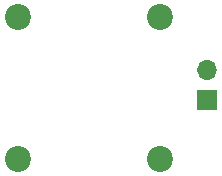
<source format=gbr>
%TF.GenerationSoftware,KiCad,Pcbnew,7.0.6-0*%
%TF.CreationDate,2024-07-04T16:38:01+08:00*%
%TF.ProjectId,led2835,6c656432-3833-4352-9e6b-696361645f70,rev?*%
%TF.SameCoordinates,Original*%
%TF.FileFunction,Soldermask,Bot*%
%TF.FilePolarity,Negative*%
%FSLAX46Y46*%
G04 Gerber Fmt 4.6, Leading zero omitted, Abs format (unit mm)*
G04 Created by KiCad (PCBNEW 7.0.6-0) date 2024-07-04 16:38:01*
%MOMM*%
%LPD*%
G01*
G04 APERTURE LIST*
%ADD10C,2.200000*%
%ADD11R,1.700000X1.700000*%
%ADD12O,1.700000X1.700000*%
G04 APERTURE END LIST*
D10*
%TO.C,H3*%
X156000000Y-106000000D03*
%TD*%
%TO.C,H4*%
X144000000Y-106000000D03*
%TD*%
%TO.C,H2*%
X156000000Y-94000000D03*
%TD*%
%TO.C,H1*%
X144000000Y-94000000D03*
%TD*%
D11*
%TO.C,J1*%
X160000000Y-101000000D03*
D12*
X160000000Y-98460000D03*
%TD*%
M02*

</source>
